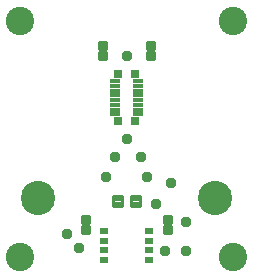
<source format=gts>
G04 EAGLE Gerber X2 export*
G75*
%MOIN*%
%FSLAX24Y24*%
%LPD*%
%AMOC8*
5,1,8,0,0,1.08239X$1,22.5*%
G01*
%ADD10C,0.094614*%
%ADD11C,0.016500*%
%ADD12C,0.010750*%
%ADD13R,0.037528X0.017055*%
%ADD14R,0.031622X0.025323*%
%ADD15C,0.114299*%
%ADD16R,0.031622X0.019811*%
%ADD17C,0.037780*%


D10*
X8071Y984D03*
X984Y984D03*
X984Y8858D03*
X8071Y8858D03*
D11*
X5823Y2325D02*
X5823Y2159D01*
X5823Y2325D02*
X5989Y2325D01*
X5989Y2159D01*
X5823Y2159D01*
X5823Y2323D02*
X5989Y2323D01*
X5823Y1975D02*
X5823Y1809D01*
X5823Y1975D02*
X5989Y1975D01*
X5989Y1809D01*
X5823Y1809D01*
X5823Y1973D02*
X5989Y1973D01*
D12*
X4389Y2693D02*
X4067Y2693D01*
X4067Y3015D01*
X4389Y3015D01*
X4389Y2693D01*
X4389Y2800D02*
X4067Y2800D01*
X4067Y2907D02*
X4389Y2907D01*
X4389Y3014D02*
X4067Y3014D01*
X4667Y2693D02*
X4989Y2693D01*
X4667Y2693D02*
X4667Y3015D01*
X4989Y3015D01*
X4989Y2693D01*
X4989Y2800D02*
X4667Y2800D01*
X4667Y2907D02*
X4989Y2907D01*
X4989Y3014D02*
X4667Y3014D01*
D11*
X3659Y7973D02*
X3659Y8139D01*
X3825Y8139D01*
X3825Y7973D01*
X3659Y7973D01*
X3659Y8137D02*
X3825Y8137D01*
X3659Y7789D02*
X3659Y7623D01*
X3659Y7789D02*
X3825Y7789D01*
X3825Y7623D01*
X3659Y7623D01*
X3659Y7787D02*
X3825Y7787D01*
X5232Y7966D02*
X5232Y8132D01*
X5398Y8132D01*
X5398Y7966D01*
X5232Y7966D01*
X5232Y8130D02*
X5398Y8130D01*
X5232Y7782D02*
X5232Y7616D01*
X5232Y7782D02*
X5398Y7782D01*
X5398Y7616D01*
X5232Y7616D01*
X5232Y7780D02*
X5398Y7780D01*
X3233Y1975D02*
X3233Y1809D01*
X3067Y1809D01*
X3067Y1975D01*
X3233Y1975D01*
X3233Y1973D02*
X3067Y1973D01*
X3233Y2159D02*
X3233Y2325D01*
X3233Y2159D02*
X3067Y2159D01*
X3067Y2325D01*
X3233Y2325D01*
X3233Y2323D02*
X3067Y2323D01*
D13*
X4134Y5748D03*
X4134Y5906D03*
X4134Y6063D03*
X4134Y6220D03*
X4134Y6378D03*
X4134Y6535D03*
X4134Y6693D03*
X4134Y6850D03*
X4921Y5748D03*
X4921Y5906D03*
X4921Y6063D03*
X4921Y6220D03*
X4921Y6378D03*
X4921Y6535D03*
X4921Y6693D03*
X4921Y6850D03*
D14*
X4803Y5524D03*
X4252Y5524D03*
X4252Y7075D03*
X4803Y7075D03*
D15*
X7480Y2953D03*
X1575Y2953D03*
D16*
X3780Y1535D03*
X3780Y1850D03*
X3780Y1220D03*
X3780Y906D03*
X5276Y1850D03*
X5276Y1535D03*
X5276Y1220D03*
X5276Y906D03*
D17*
X4528Y7677D03*
X4528Y4921D03*
X5512Y2756D03*
X3839Y3642D03*
X6496Y2165D03*
X6004Y3445D03*
X2559Y1772D03*
X4134Y4331D03*
X5807Y1181D03*
X5020Y4331D03*
X2953Y1280D03*
X5217Y3642D03*
X6496Y1181D03*
M02*

</source>
